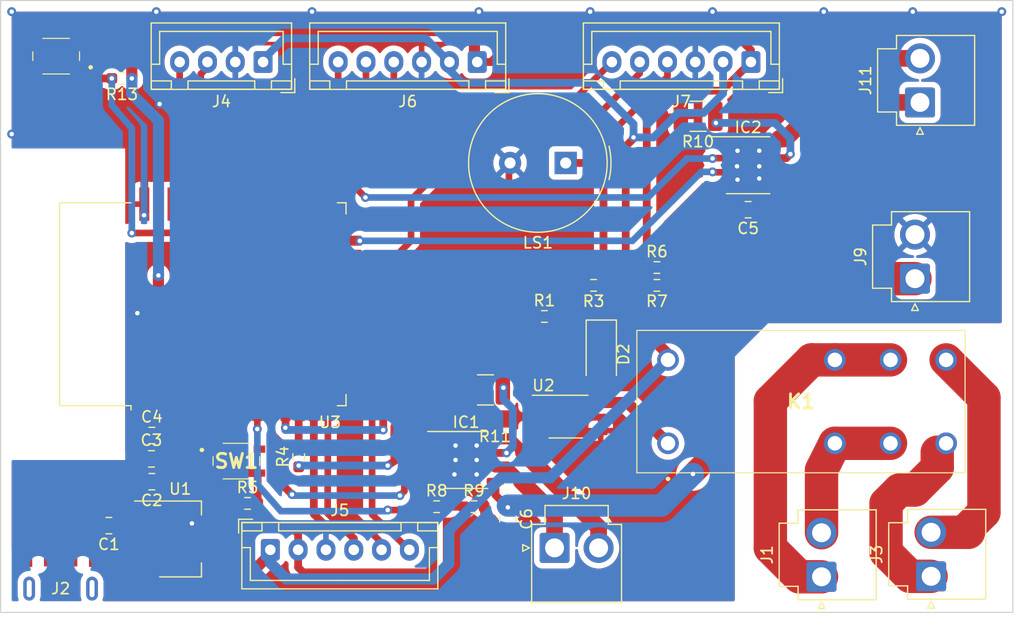
<source format=kicad_pcb>
(kicad_pcb (version 20211014) (generator pcbnew)
  (layers (0 "F.Cu" signal) (31 "B.Cu" signal) (34 "B.Paste" user) (35 "F.Paste" user) (36 "B.SilkS" user "B.Silkscreen") (37 "F.SilkS" user "F.Silkscreen") (38 "B.Mask" user) (39 "F.Mask" user) (44 "Edge.Cuts" user))
  (net 0 "")
  (net 1 "+5V")
  (net 2 "GND")
  (net 3 "+3V3")
  (net 4 "VCC")
  (net 5 "Net-(D2-Pad2)")
  (net 6 "/DRIVER0_IN2")
  (net 7 "/DRIVER0_IN1")
  (net 8 "Net-(IC1-Pad4)")
  (net 9 "/DRIVER0_OUT1")
  (net 10 "Net-(IC1-Pad7)")
  (net 11 "/DRIVER0_OUT2")
  (net 12 "/DRIVER1_IN2")
  (net 13 "/DRIVER1_IN1")
  (net 14 "Net-(IC2-Pad4)")
  (net 15 "/DRIVER1_OUT1")
  (net 16 "Net-(IC2-Pad7)")
  (net 17 "/DRIVER1_OUT2")
  (net 21 "/RX0")
  (net 22 "/TX0")
  (net 23 "/IO0_A")
  (net 24 "/IO0_B")
  (net 25 "/IO0_C")
  (net 26 "/IO2_A")
  (net 27 "/IO2_B")
  (net 28 "/IO2_C")
  (net 29 "/IO1_A")
  (net 30 "/IO1_B")
  (net 31 "/IO1_C")
  (net 32 "Net-(LS1-Pad1)")
  (net 33 "/BUSSER")
  (net 34 "Net-(R4-Pad1)")
  (net 35 "/AC_EN")
  (net 36 "Net-(R5-Pad2)")
  (net 37 "Net-(R13-Pad2)")
  (net 51 "/AC_OUT1")
  (net 52 "/AC_OUT2")
  (net 53 "Net-(J3-Pad1)")
  (net 54 "Net-(J3-Pad2)")
  (footprint "Connector_JST:JST_XH_B4B-XH-A_1x04_P2.50mm_Vertical" (layer "F.Cu") (at 43.6 25.525 180)
    (fp_text reference "J4")
    (fp_text value "Conn_01x04")
  )
  (footprint "Package_SO:MFSOP6-4_4.4x3.6mm_P1.27mm" (layer "F.Cu") (at 70.8 57.4)
    (fp_text reference "U2")
    (fp_text value "TLP172AM")
  )
  (footprint "Connector_JST:JST_VH_B2P-VH_1x02_P3.96mm_Vertical" (layer "F.Cu") (at 102.2 45 90)
    (fp_text reference "J9")
    (fp_text value "Motor Power")
  )
  (footprint "Connector_JST:JST_VH_B2P-VH_1x02_P3.96mm_Vertical" (layer "F.Cu") (at 102.65 29.1575 90)
    (fp_text reference "J11")
    (fp_text value "Motor1")
  )
  (footprint "Package_SO:HSOP-8-1EP_3.9x4.9mm_P1.27mm_EP2.41x3.1mm" (layer "F.Cu") (at 61.845 61.3)
    (fp_text reference "IC1")
    (fp_text value "TB67H450FNG,EL")
  )
  (footprint "Resistor_SMD:R_0603_1608Metric_Pad0.98x0.95mm_HandSolder" (layer "F.Cu") (at 79 45.6 180)
    (fp_text reference "R7")
    (fp_text value "1k")
  )
  (footprint "Resistor_SMD:R_1210_3225Metric_Pad1.30x2.65mm_HandSolder" (layer "F.Cu") (at 82.7 30.4 180)
    (fp_text reference "R10")
    (fp_text value "0.1")
  )
  (footprint "Project:942H2C5DS" (layer "F.Cu") (at 80 59.8)
    (fp_text reference "K1")
    (fp_text value "942H-2C-5DS" hide)
  )
  (footprint "Buzzer_Beeper:Buzzer_TDK_PS1240P02BT_D12.2mm_H6.5mm" (layer "F.Cu") (at 70.8 34.6 180)
    (fp_text reference "LS1")
    (fp_text value "Speaker_Ultrasound")
  )
  (footprint "Resistor_SMD:R_0603_1608Metric_Pad0.98x0.95mm_HandSolder" (layer "F.Cu") (at 62.5575 65.5)
    (fp_text reference "R9")
    (fp_text value "1k")
  )
  (footprint "Resistor_SMD:R_0603_1608Metric_Pad0.98x0.95mm_HandSolder" (layer "F.Cu") (at 42.2 65.2)
    (fp_text reference "R5")
    (fp_text value "4.7k")
  )
  (footprint "Connector_JST:JST_VH_B2P-VH_1x02_P3.96mm_Vertical" (layer "F.Cu") (at 93.8 71.8 90)
    (fp_text reference "J1")
    (fp_text value "AC CONNECTOR OUT")
  )
  (footprint "Package_SO:HSOP-8-1EP_3.9x4.9mm_P1.27mm_EP2.41x3.1mm" (layer "F.Cu") (at 87.2 34.8)
    (fp_text reference "IC2")
    (fp_text value "TB67H450FNG,EL")
  )
  (footprint "Capacitor_SMD:C_0805_2012Metric_Pad1.18x1.45mm_HandSolder" (layer "F.Cu") (at 65.6 66.6 -90)
    (fp_text reference "C6")
    (fp_text value "0.1u")
  )
  (footprint "Connector_JST:JST_VH_B2P-VH_1x02_P3.96mm_Vertical" (layer "F.Cu") (at 103.65 71.7575 90)
    (fp_text reference "J3")
    (fp_text value "AC CONNECTOR IN")
  )
  (footprint "Connector_JST:JST_VH_B2P-VH_1x02_P3.96mm_Vertical" (layer "F.Cu") (at 69.8 69.2)
    (fp_text reference "J10")
    (fp_text value "Motor0")
  )
  (footprint "Diode_SMD:D_SOD-128" (layer "F.Cu") (at 74 51.8 -90)
    (fp_text reference "D2")
    (fp_text value "D")
  )
  (footprint "Resistor_SMD:R_0603_1608Metric_Pad0.98x0.95mm_HandSolder" (layer "F.Cu") (at 73.3125 45.6 180)
    (fp_text reference "R3")
    (fp_text value "R")
  )
  (footprint "Capacitor_SMD:C_0805_2012Metric_Pad1.18x1.45mm_HandSolder" (layer "F.Cu") (at 33.6 63.25 180)
    (fp_text reference "C2")
    (fp_text value "22u")
  )
  (footprint "Connector_JST:JST_XH_B6B-XH-A_1x06_P2.50mm_Vertical" (layer "F.Cu") (at 87.45 25.525 180)
    (fp_text reference "J7")
    (fp_text value "IO1")
  )
  (footprint "Resistor_SMD:R_0603_1608Metric_Pad0.98x0.95mm_HandSolder" (layer "F.Cu") (at 59.2 65.5)
    (fp_text reference "R8")
    (fp_text value "1k")
  )
  (footprint "Connector_JST:JST_XH_B6B-XH-A_1x06_P2.50mm_Vertical" (layer "F.Cu") (at 62.85 25.525 180)
    (fp_text reference "J6")
    (fp_text value "IO2")
  )
  (footprint "Project:ESP32-WROOM-32" (layer "F.Cu") (at 41.175 47.3 90)
    (fp_text reference "U3")
    (fp_text value "ESP32-WROOM-32D")
  )
  (footprint "Resistor_SMD:R_0603_1608Metric_Pad0.98x0.95mm_HandSolder" (layer "F.Cu") (at 68.8875 48.4)
    (fp_text reference "R1")
    (fp_text value "1k")
  )
  (footprint "Resistor_SMD:R_0603_1608Metric_Pad0.98x0.95mm_HandSolder" (layer "F.Cu") (at 79 44)
    (fp_text reference "R6")
    (fp_text value "1k")
  )
  (footprint "Resistor_SMD:R_0603_1608Metric_Pad0.98x0.95mm_HandSolder" (layer "F.Cu") (at 30.9125 27 180)
    (fp_text reference "R13")
    (fp_text value "4.7k")
  )
  (footprint "Project:SKRPABE010" (layer "F.Cu") (at 41.2 61.4)
    (fp_text reference "SW1")
    (fp_text value "SW_MEC_5E" hide)
  )
  (footprint "Project:SKRPABE010" (layer "F.Cu") (at 25 25 180)
    (fp_text reference "SW2" hide)
    (fp_text value "SW_MEC_5E" hide)
  )
  (footprint "Package_TO_SOT_SMD:SOT-223-3_TabPin2" (layer "F.Cu") (at 36.15 68.4)
    (fp_text reference "U1")
    (fp_text value "AZ1117-3.3")
  )
  (footprint "Connector_JST:JST_XH_B6B-XH-A_1x06_P2.50mm_Vertical" (layer "F.Cu") (at 44.25 69.375)
    (fp_text reference "J5")
    (fp_text value "IO0")
  )
  (footprint "Project:Micro-USB-J91(Marutsu)" (layer "F.Cu") (at 25.4 72.8625)
    (fp_text reference "J2")
    (fp_text value "USB_B_Micro")
  )
  (footprint "Capacitor_SMD:C_0805_2012Metric_Pad1.18x1.45mm_HandSolder" (layer "F.Cu") (at 33.6 59.1)
    (fp_text reference "C4")
    (fp_text value "0.1u")
  )
  (footprint "Resistor_SMD:R_0603_1608Metric_Pad0.98x0.95mm_HandSolder" (layer "F.Cu") (at 46.8 61 90)
    (fp_text reference "R4")
    (fp_text value "110")
  )
  (footprint "Capacitor_SMD:C_0805_2012Metric_Pad1.18x1.45mm_HandSolder" (layer "F.Cu") (at 87.2 38.8 180)
    (fp_text reference "C5")
    (fp_text value "0.1u")
  )
  (footprint "Capacitor_SMD:C_0805_2012Metric_Pad1.18x1.45mm_HandSolder" (layer "F.Cu") (at 33.5625 61.2)
    (fp_text reference "C3")
    (fp_text value "10u")
  )
  (footprint "Capacitor_SMD:C_0805_2012Metric_Pad1.18x1.45mm_HandSolder" (layer "F.Cu") (at 29.7375 67.2 180)
    (fp_text reference "C1")
    (fp_text value "10u")
  )
  (footprint "Resistor_SMD:R_1210_3225Metric_Pad1.30x2.65mm_HandSolder" (layer "F.Cu") (at 63.6 55 180)
    (fp_text reference "R11")
    (fp_text value "0.1")
  )
  (gr_rect (start 20 20) (end 111 75) (layer "Edge.Cuts") (width 0.1) (fill none))
  (via (at 110 21) (size 0.8) (drill 0.4) (layers "F.Cu" "B.Cu") (net 0))
  (segment (start 76.9 32.3) (end 76.9 32.4) (width 0.7) (layer "F.Cu") (net 1))
  (segment (start 33.7 71.4) (end 33 70.7) (width 1) (layer "F.Cu") (net 1))
  (segment (start 76.2 49.4) (end 76.4 49.6) (width 0.7) (layer "F.Cu") (net 1))
  (segment (start 30.775 69.575) (end 30.775 67.2) (width 1) (layer "F.Cu") (net 1))
  (segment (start 76.4 49.6) (end 74 49.6) (width 1) (layer "F.Cu") (net 1))
  (segment (start 27.2 65.6) (end 30.1 65.6) (width 0.4) (layer "F.Cu") (net 1))
  (segment (start 80 52.3) (end 80 51.8) (width 1) (layer "F.Cu") (net 1))
  (segment (start 77.8 49.6) (end 76.4 49.6) (width 1) (layer "F.Cu") (net 1))
  (segment (start 31.9 70.7) (end 30.775 69.575) (width 1) (layer "F.Cu") (net 1))
  (segment (start 80 51.8) (end 77.8 49.6) (width 1) (layer "F.Cu") (net 1))
  (segment (start 33.7 71.5) (end 42.6 71.4) (width 1) (layer "F.Cu") (net 1))
  (segment (start 44.25 69.75) (end 44.25 69.375) (width 1) (layer "F.Cu") (net 1))
  (segment (start 30.1 65.6) (end 30.775 67.2) (width 0.4) (layer "F.Cu") (net 1))
  (segment (start 42.6 71.4) (end 44.25 69.75) (width 1) (layer "F.Cu") (net 1))
  (segment (start 33 70.7) (end 31.9 70.7) (width 1) (layer "F.Cu") (net 1))
  (segment (start 76.9 32.4) (end 76.2 33.1) (width 0.7) (layer "F.Cu") (net 1))
  (segment (start 33.7 71.5) (end 33.7 71.4) (width 1) (layer "F.Cu") (net 1))
  (segment (start 24.8 67.5) (end 25.3 67.5) (width 0.4) (layer "F.Cu") (net 1))
  (segment (start 76.2 33.1) (end 76.2 49.4) (width 0.7) (layer "F.Cu") (net 1))
  (segment (start 25.3 67.5) (end 27.2 65.6) (width 0.4) (layer "F.Cu") (net 1))
  (segment (start 24.1 69.8625) (end 24.1 68.2) (width 0.4) (layer "F.Cu") (net 1))
  (segment (start 24.1 68.2) (end 24.8 67.5) (width 0.4) (layer "F.Cu") (net 1))
  (via (at 76.9 32.3) (size 0.8) (drill 0.4) (layers "F.Cu" "B.Cu") (net 1))
  (segment (start 79.5 31.5) (end 78.7 32.3) (width 0.7) (layer "B.Cu") (net 1))
  (segment (start 80.9 30.1) (end 79.5 31.5) (width 0.7) (layer "B.Cu") (net 1))
  (segment (start 61.5 27.4) (end 60.35 26.25) (width 0.7) (layer "B.Cu") (net 1))
  (segment (start 84.95 25.525) (end 84.95 28.35) (width 0.7) (layer "B.Cu") (net 1))
  (segment (start 76.9 32.3) (end 76.9 31.1) (width 0.7) (layer "B.Cu") (net 1))
  (segment (start 43.6 25.3) (end 45.5 23.4) (width 0.7) (layer "B.Cu") (net 1))
  (segment (start 44.25 70.55) (end 44.25 69.375) (width 1) (layer "B.Cu") (net 1))
  (segment (start 83.8 29.5) (end 83.2 30.1) (width 0.7) (layer "B.Cu") (net 1))
  (segment (start 84.95 28.35) (end 83.8 29.5) (width 0.7) (layer "B.Cu") (net 1))
  (segment (start 69.4 62.9) (end 65 62.9) (width 1) (layer "B.Cu") (net 1))
  (segment (start 58.9 72) (end 45.7 72) (width 1) (layer "B.Cu") (net 1))
  (segment (start 76.9 31.1) (end 73.2 27.4) (width 0.7) (layer "B.Cu") (net 1))
  (segment (start 65 62.9) (end 60.3 67.6) (width 1) (layer "B.Cu") (net 1))
  (segment (start 80 52.3) (end 69.4 62.9) (width 1) (layer "B.Cu") (net 1))
  (segment (start 45.5 23.4) (end 58.225 23.4) (width 0.7) (layer "B.Cu") (net 1))
  (segment (start 60.35 26.25) (end 60.35 25.525) (width 0.7) (layer "B.Cu") (net 1))
  (segment (start 60.3 67.6) (end 60.3 70.6) (width 1) (layer "B.Cu") (net 1))
  (segment (start 43.6 25.525) (end 43.6 25.3) (width 0.7) (layer "B.Cu") (net 1))
  (segment (start 73.2 27.4) (end 61.5 27.4) (width 0.7) (layer "B.Cu") (net 1))
  (segment (start 78.7 32.3) (end 76.9 32.3) (width 0.7) (layer "B.Cu") (net 1))
  (segment (start 45.7 72) (end 44.25 70.55) (width 1) (layer "B.Cu") (net 1))
  (segment (start 58.225 23.4) (end 60.35 25.525) (width 0.7) (layer "B.Cu") (net 1))
  (segment (start 83.2 30.1) (end 80.9 30.1) (width 0.7) (layer "B.Cu") (net 1))
  (segment (start 60.3 70.6) (end 58.9 72) (width 1) (layer "B.Cu") (net 1))
  (segment (start 65.7 34.7) (end 65.8 34.6) (width 0.6) (layer "F.Cu") (net 2))
  (segment (start 32.225 59.1) (end 32.225 62.8) (width 1) (layer "F.Cu") (net 2))
  (segment (start 27.85 68.35) (end 28.65 68.35) (width 0.4) (layer "F.Cu") (net 2))
  (segment (start 86.1 33.5) (end 85.4 32.8) (width 0.7) (layer "F.Cu") (net 2))
  (segment (start 62.645 62.755) (end 62.8 62.6) (width 0.7) (layer "F.Cu") (net 2))
  (segment (start 86.245 36.1) (end 86.245 38.245) (width 0.7) (layer "F.Cu") (net 2))
  (segment (start 86.245 33.5) (end 86.1 33.5) (width 0.7) (layer "F.Cu") (net 2))
  (segment (start 28.7 67.2) (end 28.65 67.25) (width 1) (layer "F.Cu") (net 2))
  (segment (start 69.2 45.6) (end 69.2 45.7) (width 0.6) (layer "F.Cu") (net 2))
  (segment (start 32.92 58.405) (end 32.225 59.1) (width 1) (layer "F.Cu") (net 2))
  (segment (start 62.645 64.3) (end 62.645 62.755) (width 0.7) (layer "F.Cu") (net 2))
  (segment (start 32.225 62.8) (end 32.325 62.9) (width 1) (layer "F.Cu") (net 2))
  (segment (start 65.6 67.6375) (end 64.6375 67.6375) (width 0.7) (layer "F.Cu") (net 2))
  (segment (start 32.92 38.3) (end 32.92 34.88) (width 0.7) (layer "F.Cu") (net 2))
  (segment (start 62.895 55.845) (end 62.05 55) (width 0.7) (layer "F.Cu") (net 2))
  (segment (start 84.645 32.8) (end 84.55 32.895) (width 0.7) (layer "F.Cu") (net 2))
  (segment (start 72.4 45.6) (end 69.2 45.6) (width 0.6) (layer "F.Cu") (net 2))
  (segment (start 85.4 32.8) (end 84.645 32.8) (width 0.7) (layer "F.Cu") (net 2))
  (segment (start 63.47 65.125) (end 62.645 64.3) (width 0.7) (layer "F.Cu") (net 2))
  (segment (start 32.325 62.9) (end 32.325 65.425) (width 1) (layer "F.Cu") (net 2))
  (segment (start 63.47 65.5) (end 63.47 65.125) (width 0.7) (layer "F.Cu") (net 2))
  (segment (start 26.7 69.5) (end 27.85 68.35) (width 0.4) (layer "F.Cu") (net 2))
  (segment (start 62.8 60) (end 62.895 59.905) (width 0.7) (layer "F.Cu") (net 2))
  (segment (start 26.7 69.8625) (end 26.7 69.5) (width 0.4) (layer "F.Cu") (net 2))
  (segment (start 32.92 56.3) (end 32.92 58.405) (width 1) (layer "F.Cu") (net 2))
  (segment (start 64.6375 67.6375) (end 63.47 66.47) (width 0.7) (layer "F.Cu") (net 2))
  (segment (start 69.2 45.7) (end 65.7 42.6) (width 0.6) (layer "F.Cu") (net 2))
  (segment (start 28.65 67.25) (end 28.65 68.35) (width 1) (layer "F.Cu") (net 2))
  (segment (start 65.7 42.6) (end 65.7 34.7) (width 0.6) (layer "F.Cu") (net 2))
  (segment (start 28.65 68.35) (end 28.65 70.4125) (width 1) (layer "F.Cu") (net 2))
  (segment (start 33 34.8) (end 32.92 34.88) (width 0.7) (layer "F.Cu") (net 2))
  (segment (start 63.47 66.47) (end 63.47 65.5) (width 0.7) (layer "F.Cu") (net 2))
  (segment (start 32.325 65.425) (end 33 66.1) (width 1) (layer "F.Cu") (net 2))
  (segment (start 62.895 59.905) (end 62.895 55.845) (width 0.7) (layer "F.Cu") (net 2))
  (via (at 60.9 61.3) (size 0.8) (drill 0.4) (layers "F.Cu" "B.Cu") (net 2))
  (via (at 32.9 39.3) (size 0.8) (drill 0.4) (layers "F.Cu" "B.Cu") (net 2))
  (via (at 88.2 33.5) (size 0.8) (drill 0.4) (layers "F.Cu" "B.Cu") (net 2))
  (via (at 37.2 67) (size 0.8) (drill 0.4) (layers "F.Cu" "B.Cu") (net 2))
  (via (at 34.3 29.3) (size 0.8) (drill 0.4) (layers "F.Cu" "B.Cu") (net 2))
  (via (at 86.245 36.1) (size 0.8) (drill 0.4) (layers "F.Cu" "B.Cu") (net 2))
  (via (at 63 21) (size 0.8) (drill 0.4) (layers "F.Cu" "B.Cu") (net 2))
  (via (at 60.9 60) (size 0.8) (drill 0.4) (layers "F.Cu" "B.Cu") (net 2))
  (via (at 48 21) (size 0.8) (drill 0.4) (layers "F.Cu" "B.Cu") (net 2))
  (via (at 60.8 62.6) (size 0.8) (drill 0.4) (layers "F.Cu" "B.Cu") (net 2))
  (via (at 86.245 33.5) (size 0.8) (drill 0.4) (layers "F.Cu" "B.Cu") (net 2))
  (via (at 86.2 34.9) (size 0.8) (drill 0.4) (layers "F.Cu" "B.Cu") (net 2))
  (via (at 102 21) (size 0.8) (drill 0.4) (layers "F.Cu" "B.Cu") (net 2))
  (via (at 21 32) (size 0.8) (drill 0.4) (layers "F.Cu" "B.Cu") (net 2))
  (via (at 62.8 62.6) (size 0.8) (drill 0.4) (layers "F.Cu" "B.Cu") (net 2))
  (via (at 88.2 34.9) (size 0.8) (drill 0.4) (layers "F.Cu" "B.Cu") (net 2))
  (via (at 62.8 61.3) (size 0.8) (drill 0.4) (layers "F.Cu" "B.Cu") (net 2))
  (via (at 62.8 60) (size 0.8) (drill 0.4) (layers "F.Cu" "B.Cu") (net 2))
  (via (at 84 21) (size 0.8) (drill 0.4) (layers "F.Cu" "B.Cu") (net 2))
  (via (at 73 21) (size 0.8) (drill 0.4) (layers "F.Cu" "B.Cu") (net 2))
  (via (at 94 21) (size 0.8) (drill 0.4) (layers "F.Cu" "B.Cu") (net 2))
  (via (at 21 21) (size 0.8) (drill 0.4) (layers "F.Cu" "B.Cu") (net 2))
  (via (at 88.2 36) (size 0.8) (drill 0.4) (layers "F.Cu" "B.Cu") (net 2))
  (via (at 34 21) (size 0.8) (drill 0.4) (layers "F.Cu" "B.Cu") (net 2))
  (via (at 32.3 48.1) (size 0.8) (drill 0.4) (layers "F.Cu" "B.Cu") (net 2))
  (segment (start 40.4 65.2) (end 39.3 66.3) (width 0.7) (layer "F.Cu") (net 3))
  (segment (start 58.4 71.4) (end 58.9 70.9) (width 0.7) (layer "F.Cu") (net 3))
  (segment (start 31.8 25.7) (end 34.8 22.7) (width 1) (layer "F.Cu") (net 3))
  (segment (start 58.9 70.9) (end 58.9 65.8) (width 0.7) (layer "F.Cu") (net 3))
  (segment (start 58.9 65.8) (end 58.6 65.5) (width 0.7) (layer "F.Cu") (net 3))
  (segment (start 64.075 25.525) (end 62.85 25.525) (width 0.7) (layer "F.Cu") (net 3))
  (segment (start 34.19 56.3) (end 34.19 61.6525) (width 1) (layer "F.Cu") (net 3))
  (segment (start 46.75 69.375) (end 46.75 70.95) (width 0.7) (layer "F.Cu") (net 3))
  (segment (start 86.3 23.3) (end 66.3 23.3) (width 0.7) (layer "F.Cu") (net 3))
  (segment (start 78.0875 30.4125) (end 79.4 29.1) (width 0.7) (layer "F.Cu") (net 3))
  (segment (start 80.4 28.1) (end 79.4 29.1) (width 0.7) (layer "F.Cu") (net 3))
  (segment (start 34.19 56.3) (end 34.19 62.69) (width 1) (layer "F.Cu") (net 3))
  (segment (start 39.3 68.4) (end 34.8 68.4) (width 0.7) (layer "F.Cu") (net 3))
  (segment (start 46.75 67.95) (end 46.2 67.4) (width 0.7) (layer "F.Cu") (net 3))
  (segment (start 87.45 25.525) (end 87.45 24.45) (width 0.7) (layer "F.Cu") (net 3))
  (segment (start 66.3 23.3) (end 64.075 25.525) (width 0.7) (layer "F.Cu") (net 3))
  (segment (start 34.19 56.3) (end 34.19 53.61) (width 1) (layer "F.Cu") (net 3))
  (segment (start 40.3 67.4) (end 39.3 68.4) (width 0.7) (layer "F.Cu") (net 3))
  (segment (start 34.8 68.4) (end 33 68.4) (width 1) (layer "F.Cu") (net 3))
  (segment (start 31.8 27) (end 31.8 25.7) (width 1) (layer "F.Cu") (net 3))
  (segment (start 35.5 67.7) (end 34.8 68.4) (width 1) (layer "F.Cu") (net 3))
  (segment (start 78.0875 44.2) (end 78.0875 30.4125) (width 0.7) (layer "F.Cu") (net 3))
  (segment (start 35.5 64) (end 35.5 67.7) (width 1) (layer "F.Cu") (net 3))
  (segment (start 87.45 25.525) (end 84.875 28.1) (width 0.7) (layer "F.Cu") (net 3))
  (segment (start 87.45 24.45) (end 86.3 23.3) (width 0.7) (layer "F.Cu") (net 3))
  (segment (start 46.75 69.375) (end 46.75 67.95) (width 0.7) (layer "F.Cu") (net 3))
  (segment (start 62.6 25.275) (end 62.85 25.525) (width 1) (layer "F.Cu") (net 3))
  (segment (start 34.19 62.69) (end 34.4 62.9) (width 1) (layer "F.Cu") (net 3))
  (segment (start 39.3 66.3) (end 39.3 68.4) (width 0.7) (layer "F.Cu") (net 3))
  (segment (start 46.75 70.95) (end 47.2 71.4) (width 0.7) (layer "F.Cu") (net 3))
  (segment (start 34.8 22.7) (end 61.4 22.7) (width 1) (layer "F.Cu") (net 3))
  (segment (start 58.6 65.5) (end 58.3575 65.5) (width 0.7) (layer "F.Cu") (net 3))
  (segment (start 62.6 24) (end 62.6 25.275) (width 1) (layer "F.Cu") (net 3))
  (segment (start 84.875 28.1) (end 80.4 28.1) (width 0.7) (layer "F.Cu") (net 3))
  (segment (start 61.4 22.7) (end 62.6 23.9) (width 1) (layer "F.Cu") (net 3))
  (segment (start 46.2 67.4) (end 40.3 67.4) (width 0.7) (layer "F.Cu") (net 3))
  (segment (start 41.2875 65.2) (end 40.4 65.2) (width 0.7) (layer "F.Cu") (net 3))
  (segment (start 34.4 62.9) (end 35.5 64) (width 1) (layer "F.Cu") (net 3))
  (segment (start 47.2 71.4) (end 58.4 71.4) (width 0.7) (layer "F.Cu") (net 3))
  (segment (start 34.19 53.61) (end 34.19 44.71) (width 1) (layer "F.Cu") (net 3))
  (segment (start 62.6 23.9) (end 62.6 24) (width 1) (layer "F.Cu") (net 3))
  (via (at 34.19 44.71) (size 0.8) (drill 0.4) (layers "F.Cu" "B.Cu") (net 3))
  (via (at 31.8 27) (size 0.8) (drill 0.4) (layers "F.Cu" "B.Cu") (net 3))
  (segment (start 34.19 44.71) (end 34.2 44.7) (width 1) (layer "B.Cu") (net 3))
  (segment (start 34.2 30.8) (end 31.8 28.4) (width 1) (layer "B.Cu") (net 3))
  (segment (start 34.2 44.7) (end 34.2 30.8) (width 1) (layer "B.Cu") (net 3))
  (segment (start 31.8 28.4) (end 31.8 27) (width 1) (layer "B.Cu") (net 3))
  (segment (start 86.6 43) (end 87.2 43) (width 2) (layer "F.Cu") (net 4))
  (segment (start 64.495 64.4575) (end 65.6 65.5625) (width 0.7) (layer "F.Cu") (net 4))
  (segment (start 88.8 39.6) (end 88.8 39.2) (width 2) (layer "F.Cu") (net 4))
  (segment (start 83.8 45.8) (end 86.6 43) (width 2) (layer "F.Cu") (net 4))
  (segment (start 88.875 37.68) (end 89.85 36.705) (width 0.7) (layer "F.Cu") (net 4))
  (segment (start 87.2 43) (end 87.2 41.2) (width 2) (layer "F.Cu") (net 4))
  (segment (start 102.2 45) (end 88.6 45) (width 3) (layer "F.Cu") (net 4))
  (segment (start 64.495 63.205) (end 64.495 64.4575) (width 0.7) (layer "F.Cu") (net 4))
  (segment (start 83.8 61) (end 83.8 45.8) (width 2) (layer "F.Cu") (net 4))
  (segment (start 87.2 41.2) (end 88.8 39.6) (width 2) (layer "F.Cu") (net 4))
  (segment (start 82.2425 62.5575) (end 83.8 61) (width 2) (layer "F.Cu") (net 4))
  (segment (start 88.875 38.8) (end 88.875 37.68) (width 0.7) (layer "F.Cu") (net 4))
  (segment (start 88.6 45) (end 86.6 43) (width 3) (layer "F.Cu") (net 4))
  (via (at 65.6 65.5625) (size 0.8) (drill 0.4) (layers "F.Cu" "B.Cu") (net 4))
  (via (at 82.2425 62.5575) (size 0.8) (drill 0.4) (layers "F.Cu" "B.Cu") (net 4))
  (segment (start 82.2425 62.5575) (end 79.4 65.4) (width 2) (layer "B.Cu") (net 4))
  (segment (start 79.4 65.4) (end 65.6 65.4) (width 2) (layer "B.Cu") (net 4))
  (segment (start 73.95 56.13) (end 73.95 54.05) (width 1) (layer "F.Cu") (net 5))
  (segment (start 73.95 54.05) (end 74 54) (width 1) (layer "F.Cu") (net 5))
  (segment (start 76.33 56.13) (end 80 59.8) (width 1) (layer "F.Cu") (net 5))
  (segment (start 73.95 56.13) (end 76.33 56.13) (width 1) (layer "F.Cu") (net 5))
  (segment (start 45.4 60) (end 45.4 63.6) (width 0.7) (layer "F.Cu") (net 6))
  (segment (start 44.35 58.95) (end 45.4 60) (width 0.7) (layer "F.Cu") (net 6))
  (segment (start 59.195 60.665) (end 57.735 60.665) (width 0.6) (layer "F.Cu") (net 6))
  (segment (start 57.735 60.665) (end 56.3 62.1) (width 0.6) (layer "F.Cu") (net 6))
  (segment (start 44.35 56.3) (end 44.35 58.95) (width 0.7) (layer "F.Cu") (net 6))
  (segment (start 45.4 63.6) (end 46.2 64.4) (width 0.7) (layer "F.Cu") (net 6))
  (segment (start 56.3 62.1) (end 56.3 64.1) (width 0.6) (layer "F.Cu") (net 6))
  (segment (start 56.3 64.1) (end 55.9 64.5) (width 0.6) (layer "F.Cu") (net 6))
  (via (at 55.9 64.5) (size 0.8) (drill 0.4) (layers "F.Cu" "B.Cu") (net 6))
  (via (at 46.2 64.4) (size 0.8) (drill 0.4) (layers "F.Cu" "B.Cu") (net 6))
  (segment (start 55.9 64.5) (end 46.3 64.5) (width 0.6) (layer "B.Cu") (net 6))
  (segment (start 46.3 64.5) (end 46.2 64.4) (width 0.6) (layer "B.Cu") (net 6))
  (segment (start 58.365 61.935) (end 57.2 63.1) (width 0.6) (layer "F.Cu") (net 7))
  (segment (start 59.195 61.935) (end 58.365 61.935) (width 0.6) (layer "F.Cu") (net 7))
  (segment (start 57.2 65.3) (end 56.7 65.8) (width 0.6) (layer "F.Cu") (net 7))
  (segment (start 43.08 58.52) (end 43.08 56.3) (width 0.6) (layer "F.Cu") (net 7))
  (segment (start 57.2 63.1) (end 57.2 65.3) (width 0.6) (layer "F.Cu") (net 7))
  (segment (start 56.7 65.8) (end 54.8 65.8) (width 0.6) (layer "F.Cu") (net 7))
  (via (at 43.08 58.52) (size 0.8) (drill 0.4) (layers "F.Cu" "B.Cu") (net 7))
  (via (at 54.8 65.8) (size 0.8) (drill 0.4) (layers "F.Cu" "B.Cu") (net 7))
  (segment (start 45.2 65.9) (end 43.1 63.5) (width 0.6) (layer "B.Cu") (net 7))
  (segment (start 45.2 65.9) (end 54.7 65.9) (width 0.6) (layer "B.Cu") (net 7))
  (segment (start 54.7 65.9) (end 54.8 65.8) (width 0.6) (layer "B.Cu") (net 7))
  (segment (start 43.1 63.5) (end 43.08 58.52) (width 0.6) (layer "B.Cu") (net 7))
  (segment (start 61.645 65.5) (end 60.1825 65.5) (width 0.7) (layer "F.Cu") (net 8))
  (segment (start 60.07 65.525) (end 59.195 64.65) (width 0.6) (layer "F.Cu") (net 8))
  (segment (start 59.195 64.65) (end 59.195 63.205) (width 0.6) (layer "F.Cu") (net 8))
  (segment (start 69.8 69.2) (end 69.8 66.2) (width 1.5) (layer "F.Cu") (net 9))
  (segment (start 69.8 66.2) (end 66.8 63.2) (width 1.5) (layer "F.Cu") (net 9))
  (segment (start 64.495 61.935) (end 65.535 61.935) (width 1) (layer "F.Cu") (net 9))
  (segment (start 65.535 61.935) (end 66.8 63.2) (width 1) (layer "F.Cu") (net 9))
  (segment (start 64.495 60.665) (end 65.48 60.665) (width 0.7) (layer "F.Cu") (net 10))
  (via (at 65.48 60.665) (size 0.8) (drill 0.4) (layers "F.Cu" "B.Cu") (net 10))
  (via (at 65.2 54.8) (size 0.8) (drill 0.4) (layers "F.Cu" "B.Cu") (net 10))
  (segment (start 65.2 55.855) (end 66.045 56.7) (width 0.7) (layer "B.Cu") (net 10))
  (segment (start 65.48 60.665) (end 66.045 60.1) (width 0.7) (layer "B.Cu") (net 10))
  (segment (start 65.2 54.8) (end 65.2 55.855) (width 0.7) (layer "B.Cu") (net 10))
  (segment (start 66.045 60.1) (end 66.045 56.7) (width 0.7) (layer "B.Cu") (net 10))
  (segment (start 73.76 67.36) (end 67 60.6) (width 1.5) (layer "F.Cu") (net 11))
  (segment (start 73.76 69.2) (end 73.76 67.36) (width 1.5) (layer "F.Cu") (net 11))
  (segment (start 64.495 59.395) (end 65.795 59.395) (width 1) (layer "F.Cu") (net 11))
  (segment (start 65.795 59.395) (end 67 60.6) (width 1) (layer "F.Cu") (net 11))
  (segment (start 48.7 36.3) (end 51.4 36.3) (width 0.6) (layer "F.Cu") (net 12))
  (segment (start 51.4 36.3) (end 51.7 36.6) (width 0.6) (layer "F.Cu") (net 12))
  (segment (start 48.16 38.3) (end 48.16 36.84) (width 0.6) (layer "F.Cu") (net 12))
  (segment (start 48.16 36.84) (end 48.7 36.3) (width 0.6) (layer "F.Cu") (net 12))
  (segment (start 51.7 36.6) (end 52.8 37.7) (width 0.6) (layer "F.Cu") (net 12))
  (via (at 84 34.2) (size 0.8) (drill 0.4) (layers "F.Cu" "B.Cu") (net 12))
  (via (at 52.8 37.7) (size 0.8) (drill 0.4) (layers "F.Cu" "B.Cu") (net 12))
  (segment (start 84 34.2) (end 81.7 34.2) (width 0.6) (layer "B.Cu") (net 12))
  (segment (start 81.7 34.2) (end 78.2 37.7) (width 0.6) (layer "B.Cu") (net 12))
  (segment (start 78.2 37.7) (end 52.8 37.7) (width 0.6) (layer "B.Cu") (net 12))
  (via (at 84 35.4) (size 0.8) (drill 0.4) (layers "F.Cu" "B.Cu") (net 13))
  (via (at 52.3 41.6) (size 0.8) (drill 0.4) (layers "F.Cu" "B.Cu") (net 13))
  (segment (start 83 35.4) (end 76.8 41.6) (width 0.6) (layer "B.Cu") (net 13))
  (segment (start 84 35.4) (end 83 35.4) (width 0.6) (layer "B.Cu") (net 13))
  (segment (start 76.8 41.6) (end 52.3 41.6) (width 0.6) (layer "B.Cu") (net 13))
  (segment (start 83.295 36.705) (end 84.55 36.705) (width 0.7) (layer "F.Cu") (net 14))
  (segment (start 79.9125 40.0875) (end 83.295 36.705) (width 0.7) (layer "F.Cu") (net 14))
  (segment (start 79.9125 43.8) (end 79.9125 40.0875) (width 0.7) (layer "F.Cu") (net 14))
  (segment (start 79.9125 45.2) (end 79.9125 43.8) (width 0.7) (layer "F.Cu") (net 14))
  (segment (start 90.085 35.2) (end 89.85 35.435) (width 0.5) (layer "F.Cu") (net 15))
  (segment (start 92.2 35.2) (end 90.085 35.2) (width 0.9) (layer "F.Cu") (net 15))
  (segment (start 102.65 29.1575) (end 98.6425 29.1575) (width 1.5) (layer "F.Cu") (net 15))
  (segment (start 98.6425 29.1575) (end 92.2 35.2) (width 1.5) (layer "F.Cu") (net 15))
  (segment (start 90.635 34.165) (end 91 33.8) (width 0.7) (layer "F.Cu") (net 16))
  (segment (start 89.85 34.165) (end 90.635 34.165) (width 0.7) (layer "F.Cu") (net 16))
  (via (at 84.3 31) (size 0.8) (drill 0.4) (layers "F.Cu" "B.Cu") (net 16))
  (via (at 91 33.8) (size 0.8) (drill 0.4) (layers "F.Cu" "B.Cu") (net 16))
  (segment (start 89.6 31) (end 84.3 31) (width 0.7) (layer "B.Cu") (net 16))
  (segment (start 89.6 31) (end 91 32.4) (width 0.7) (layer "B.Cu") (net 16))
  (segment (start 91 32.4) (end 91 33.8) (width 0.7) (layer "B.Cu") (net 16))
  (segment (start 97.8025 25.1975) (end 90.6 32.4) (width 1.5) (layer "F.Cu") (net 17))
  (segment (start 90 32.4) (end 89.85 32.55) (width 1.5) (layer "F.Cu") (net 17))
  (segment (start 102.65 25.1975) (end 97.8025 25.1975) (width 1.5) (layer "F.Cu") (net 17))
  (segment (start 90.6 32.4) (end 90 32.4) (width 1.5) (layer "F.Cu") (net 17))
  (segment (start 38 38.3) (end 38 26.6) (width 0.6) (layer "F.Cu") (net 21))
  (segment (start 38 26.6) (end 38.6 26) (width 0.6) (layer "F.Cu") (net 21))
  (segment (start 36.1 26) (end 36.1 31.7) (width 0.6) (layer "F.Cu") (net 22))
  (segment (start 36.1 31.7) (end 36.73 32.33) (width 0.6) (layer "F.Cu") (net 22))
  (segment (start 36.73 32.33) (end 36.73 38.3) (width 0.6) (layer "F.Cu") (net 22))
  (segment (start 51.75 68.35) (end 51.75 69.375) (width 0.7) (layer "F.Cu") (net 23))
  (segment (start 48.16 56.3) (end 48.16 66.16) (width 0.7) (layer "F.Cu") (net 23))
  (segment (start 48.16 66.16) (end 49.6 67.6) (width 0.7) (layer "F.Cu") (net 23))
  (segment (start 51 67.6) (end 51.75 68.35) (width 0.7) (layer "F.Cu") (net 23))
  (segment (start 49.6 67.6) (end 51 67.6) (width 0.7) (layer "F.Cu") (net 23))
  (segment (start 52 66.5) (end 54.25 68.75) (width 0.6) (layer "F.Cu") (net 24))
  (segment (start 49.8 66.5) (end 52 66.5) (width 0.6) (layer "F.Cu") (net 24))
  (segment (start 49.43 56.3) (end 49.43 57.43) (width 0.6) (layer "F.Cu") (net 24))
  (segment (start 54.25 68.75) (end 54.25 69.375) (width 0.6) (layer "F.Cu") (net 24))
  (segment (start 49.4 66.1) (end 49.8 66.5) (width 0.6) (layer "F.Cu") (net 24))
  (segment (start 49.43 57.43) (end 49.4 66.1) (width 0.6) (layer "F.Cu") (net 24))
  (segment (start 52.545 51.745) (end 53.4 52.6) (width 0.6) (layer "F.Cu") (net 25))
  (segment (start 53.4 66.2) (end 56.75 69.375) (width 0.6) (layer "F.Cu") (net 25))
  (segment (start 50.93 51.745) (end 52.545 51.745) (width 0.6) (layer "F.Cu") (net 25))
  (segment (start 53.4 52.6) (end 53.4 66.2) (width 0.6) (layer "F.Cu") (net 25))
  (segment (start 55.35 30.85) (end 55.35 26.325) (width 0.6) (layer "F.Cu") (net 26))
  (segment (start 52.4 33.8) (end 55.35 30.85) (width 0.6) (layer "F.Cu") (net 26))
  (segment (start 43.08 35.52) (end 44.8 33.8) (width 0.6) (layer "F.Cu") (net 26))
  (segment (start 43.08 38.3) (end 43.08 35.52) (width 0.6) (layer "F.Cu") (net 26))
  (segment (start 44.8 33.8) (end 52.4 33.8) (width 0.6) (layer "F.Cu") (net 26))
  (segment (start 52.85 26.325) (end 52.85 29.55) (width 0.6) (layer "F.Cu") (net 27))
  (segment (start 43.8 32.2) (end 41.81 34.19) (width 0.6) (layer "F.Cu") (net 27))
  (segment (start 50.2 32.2) (end 43.8 32.2) (width 0.6) (layer "F.Cu") (net 27))
  (segment (start 41.81 34.19) (end 41.81 38.3) (width 0.6) (layer "F.Cu") (net 27))
  (segment (start 52.85 29.55) (end 50.2 32.2) (width 0.6) (layer "F.Cu") (net 27))
  (segment (start 43.6 30.6) (end 49.2 30.6) (width 0.6) (layer "F.Cu") (net 28))
  (segment (start 39.27 34.93) (end 43.6 30.6) (width 0.6) (layer "F.Cu") (net 28))
  (segment (start 49.2 30.6) (end 50.35 29.45) (width 0.6) (layer "F.Cu") (net 28))
  (segment (start 39.27 38.3) (end 39.27 34.93) (width 0.6) (layer "F.Cu") (net 28))
  (segment (start 50.35 29.45) (end 50.35 26.325) (width 0.6) (layer "F.Cu") (net 28))
  (segment (start 55.645 42.855) (end 50.93 42.855) (width 0.6) (layer "F.Cu") (net 29))
  (segment (start 56.9 41.6) (end 55.645 42.855) (width 0.6) (layer "F.Cu") (net 29))
  (segment (start 62.3 32.5) (end 56.9 37.9) (width 0.6) (layer "F.Cu") (net 29))
  (segment (start 79.95 26.85) (end 79.95 25.525) (width 0.6) (layer "F.Cu") (net 29))
  (segment (start 79.95 26.85) (end 74.3 32.5) (width 0.6) (layer "F.Cu") (net 29))
  (segment (start 74.3 32.5) (end 62.3 32.5) (width 0.6) (layer "F.Cu") (net 29))
  (segment (start 56.9 37.9) (end 56.9 41.6) (width 0.6) (layer "F.Cu") (net 29))
  (segment (start 46.89 36.31) (end 47.8 35.4) (width 0.6) (layer "F.Cu") (net 30))
  (segment (start 73.6 30.4) (end 77.45 26.55) (width 0.6) (layer "F.Cu") (net 30))
  (segment (start 47.8 35.4) (end 55.4 35.4) (width 0.6) (layer "F.Cu") (net 30))
  (segment (start 60.4 30.4) (end 73.6 30.4) (width 0.6) (layer "F.Cu") (net 30))
  (segment (start 46.89 38.3) (end 46.89 36.31) (width 0.6) (layer "F.Cu") (net 30))
  (segment (start 55.4 35.4) (end 60.4 30.4) (width 0.6) (layer "F.Cu") (net 30))
  (segment (start 45.62 38.3) (end 45.62 35.38) (width 0.6) (layer "F.Cu") (net 31))
  (segment (start 46.4 34.6) (end 53.8 34.6) (width 0.6) (layer "F.Cu") (net 31))
  (segment (start 59.6 28.8) (end 71.675 28.8) (width 0.6) (layer "F.Cu") (net 31))
  (segment (start 71.675 28.8) (end 74.95 25.525) (width 0.6) (layer "F.Cu") (net 31))
  (segment (start 45.62 35.38) (end 46.4 34.6) (width 0.6) (layer "F.Cu") (net 31))
  (segment (start 53.8 34.6) (end 59.6 28.8) (width 0.6) (layer "F.Cu") (net 31))
  (segment (start 73 48) (end 70.2 48) (width 0.7) (layer "F.Cu") (net 32))
  (segment (start 74.225 45.6) (end 74.2 45.575) (width 0.7) (layer "F.Cu") (net 32))
  (segment (start 74.225 46.775) (end 74.225 45.6) (width 0.7) (layer "F.Cu") (net 32))
  (segment (start 70.2 48) (end 69.8 48.4) (width 0.7) (layer "F.Cu") (net 32))
  (segment (start 73.4 34.6) (end 70.8 34.6) (width 0.7) (layer "F.Cu") (net 32))
  (segment (start 74.2 35.4) (end 73.4 34.6) (width 0.7) (layer "F.Cu") (net 32))
  (segment (start 73 48) (end 74.225 46.775) (width 0.7) (layer "F.Cu") (net 32))
  (segment (start 74.2 45.575) (end 74.2 35.4) (width 0.7) (layer "F.Cu") (net 32))
  (segment (start 54.4 52.6) (end 54.4 58.6) (width 0.7) (layer "F.Cu") (net 33))
  (segment (start 45.62 58.38) (end 45.62 56.3) (width 0.7) (layer "F.Cu") (net 33))
  (segment (start 58.6 48.4) (end 54.4 52.6) (width 0.7) (layer "F.Cu") (net 33))
  (segment (start 67.975 48.4) (end 58.6 48.4) (width 0.7) (layer "F.Cu") (net 33))
  (segment (start 45.6 58.4) (end 45.62 58.38) (width 0.7) (layer "F.Cu") (net 33))
  (via (at 45.6 58.4) (size 0.8) (drill 0.4) (layers "F.Cu" "B.Cu") (net 33))
  (via (at 54.4 58.6) (size 0.8) (drill 0.4) (layers "F.Cu" "B.Cu") (net 33))
  (segment (start 54.4 58.6) (end 45.6 58.6) (width 0.7) (layer "B.Cu") (net 33))
  (segment (start 45.6 58.6) (end 45.6 58.4) (width 0.7) (layer "B.Cu") (net 33))
  (segment (start 67.65 54.45) (end 67.65 56.13) (width 0.7) (layer "F.Cu") (net 34))
  (segment (start 61.1 52.5) (end 65.7 52.5) (width 0.7) (layer "F.Cu") (net 34))
  (segment (start 54.8 61.8) (end 55.4 61.4) (width 0.7) (layer "F.Cu") (net 34))
  (segment (start 55.4 61.4) (end 55.4 58.3) (width 0.7) (layer "F.Cu") (net 34))
  (segment (start 55.4 58.3) (end 61.1 52.5) (width 0.7) (layer "F.Cu") (net 34))
  (segment (start 65.7 52.5) (end 67.65 54.45) (width 0.7) (layer "F.Cu") (net 34))
  (via (at 46.8 61.8) (size 0.8) (drill 0.4) (layers "F.Cu" "B.Cu") (net 34))
  (via (at 54.8 61.8) (size 0.8) (drill 0.4) (layers "F.Cu" "B.Cu") (net 34))
  (segment (start 54.8 61.8) (end 46.8 61.8) (width 0.7) (layer "B.Cu") (net 34))
  (segment (start 46.8 60.0875) (end 46.8 56.39) (width 0.7) (layer "F.Cu") (net 35))
  (segment (start 46.8 56.39) (end 46.89 56.3) (width 0.7) (layer "F.Cu") (net 35))
  (segment (start 35.46 56.3) (end 35.46 57.86) (width 0.7) (layer "F.Cu") (net 36))
  (segment (start 43.1125 65.2) (end 43.1125 62.6375) (width 0.7) (layer "F.Cu") (net 36))
  (segment (start 35.46 57.86) (end 36.8 59.2) (width 0.7) (layer "F.Cu") (net 36))
  (segment (start 42.275 62.475) (end 43.275 62.475) (width 0.7) (layer "F.Cu") (net 36))
  (segment (start 41.2 59.2) (end 41.6 59.6) (width 0.7) (layer "F.Cu") (net 36))
  (segment (start 41.6 59.6) (end 41.6 61.8) (width 0.7) (layer "F.Cu") (net 36))
  (segment (start 43.1125 62.6375) (end 43.275 62.475) (width 0.7) (layer "F.Cu") (net 36))
  (segment (start 36.8 59.2) (end 41.2 59.2) (width 0.7) (layer "F.Cu") (net 36))
  (segment (start 41.6 61.8) (end 42.275 62.475) (width 0.7) (layer "F.Cu") (net 36))
  (segment (start 49.43 40.17) (end 49.43 38.3) (width 0.6) (layer "F.Cu") (net 37))
  (segment (start 31.8 40.9) (end 48.8 40.8) (width 0.6) (layer "F.Cu") (net 37))
  (segment (start 27.075 26.075) (end 28 27) (width 0.7) (layer "F.Cu") (net 37))
  (segment (start 48.8 40.8) (end 49.43 40.17) (width 0.6) (layer "F.Cu") (net 37))
  (segment (start 28 27) (end 30 27) (width 0.7) (layer "F.Cu") (net 37))
  (via (at 31.8 40.9) (size 0.8) (drill 0.4) (layers "F.Cu" "B.Cu") (net 37))
  (via (at 30 27) (size 0.8) (drill 0.4) (layers "F.Cu" "B.Cu") (net 37))
  (segment (start 31.8 31.5) (end 30 29.4) (width 0.6) (layer "B.Cu") (net 37))
  (segment (start 30 29.4) (end 30 27) (width 0.6) (layer "B.Cu") (net 37))
  (segment (start 31.8 40.9) (end 31.8 31.5) (width 0.6) (layer "B.Cu") (net 37))
  (segment (start 93.8 67.84) (end 93.8 62.2) (width 3) (layer "F.Cu") (net 51))
  (segment (start 93.8 62.2) (end 95 59.8) (width 3) (layer "F.Cu") (net 51))
  (segment (start 95 59.8) (end 100 59.8) (width 3) (layer "F.Cu") (net 51))
  (segment (start 100 52.3) (end 95 52.3) (width 3) (layer "F.Cu") (net 52))
  (segment (start 91.8 71.8) (end 89.2 69.2) (width 3) (layer "F.Cu") (net 52))
  (segment (start 93.8 71.8) (end 91.8 71.8) (width 3) (layer "F.Cu") (net 52))
  (segment (start 89.2 69.2) (end 89.2 56) (width 3) (layer "F.Cu") (net 52))
  (segment (start 89.2 56) (end 92.9 52.3) (width 3) (layer "F.Cu") (net 52))
  (segment (start 92.9 52.3) (end 95 52.3) (width 3) (layer "F.Cu") (net 52))
  (segment (start 100.8 64) (end 102.2 64) (width 3) (layer "F.Cu") (net 53))
  (segment (start 104.2 62) (end 104.2 60.6) (width 3) (layer "F.Cu") (net 53))
  (segment (start 99.6 65.2) (end 100.8 64) (width 3) (layer "F.Cu") (net 53))
  (segment (start 103.65 71.7575) (end 101.7575 71.7575) (width 3) (layer "F.Cu") (net 53))
  (segment (start 99.6 69.6) (end 99.6 65.2) (width 3) (layer "F.Cu") (net 53))
  (segment (start 101.7575 71.7575) (end 99.6 69.6) (width 3) (layer "F.Cu") (net 53))
  (segment (start 102.2 64) (end 104.2 62) (width 3) (layer "F.Cu") (net 53))
  (segment (start 108.4 55.7) (end 105 52.3) (width 3) (layer "F.Cu") (net 54))
  (segment (start 107 67.8) (end 107 67.4) (width 3) (layer "F.Cu") (net 54))
  (segment (start 107 67.4) (end 108.4 66) (width 3) (layer "F.Cu") (net 54))
  (segment (start 103.65 67.7975) (end 107 67.8) (width 3) (layer "F.Cu") (net 54))
  (segment (start 108.4 66) (end 108.4 55.7) (width 3) (layer "F.Cu") (net 54))
  (zone (net 0) (net_name "") (layer "F.Cu") (connect_pads (clearance 0)) (min_thickness 0.254)
    (keepout (tracks allowed) (vias not_allowed) (pads not_allowed) (copperpour not_allowed) (footprints allowed))
    (fill (thermal_gap 0.508) (thermal_bridge_width 0.508))
    (polygon (pts (xy 37.7 59.9) (xy 36.6 61.1) (xy 36.5 61.2) (xy 36.5 64) (xy 36.2 63.8) (xy 35.5 62.2) (xy 35.4 59.6) (xy 35.7 59.3)))
  )
  (zone (net 0) (net_name "") (layer "F.Cu") (connect_pads (clearance 0)) (min_thickness 0.254)
    (keepout (tracks allowed) (vias not_allowed) (pads not_allowed) (copperpour not_allowed) (footprints allowed))
    (fill (thermal_gap 0.508) (thermal_bridge_width 0.508))
    (polygon (pts (xy 41.6 62.8) (xy 42.4 63.3) (xy 42.4 64.5) (xy 40.8 64.3) (xy 40.8 61.8)))
  )
  (zone (net 2) (net_name "GND") (layers F&B.Cu) (connect_pads (clearance 0.508)) (min_thickness 0.254) (fill yes (thermal_gap 0.508) (thermal_bridge_width 0.508))
    (polygon (pts (xy 110 49) (xy 89 49) (xy 86 52) (xy 86 74) (xy 21 74) (xy 21 21) (xy 110 21)))
  )
  (zone (net 0) (net_name "") (layer "F.Cu") (connect_pads (clearance 0)) (min_thickness 0.254)
    (keepout (tracks allowed) (vias not_allowed) (pads not_allowed) (copperpour not_allowed) (footprints allowed))
    (fill (thermal_gap 0.508) (thermal_bridge_width 0.508))
    (polygon (pts (xy 41.2 64.4) (xy 39.8 64.6) (xy 40.9 63.5)))
  )
  (zone (net 0) (net_name "") (layer "B.Cu") (connect_pads (clearance 0)) (min_thickness 0.254)
    (keepout (tracks allowed) (vias not_allowed) (pads not_allowed) (copperpour not_allowed) (footprints allowed))
    (fill (thermal_gap 0.508) (thermal_bridge_width 0.508))
    (polygon (pts (xy 33.381323 41.7) (xy 32.181323 41.7) (xy 32.281323 40.1) (xy 33.381323 40.1)))
  )
)
</source>
